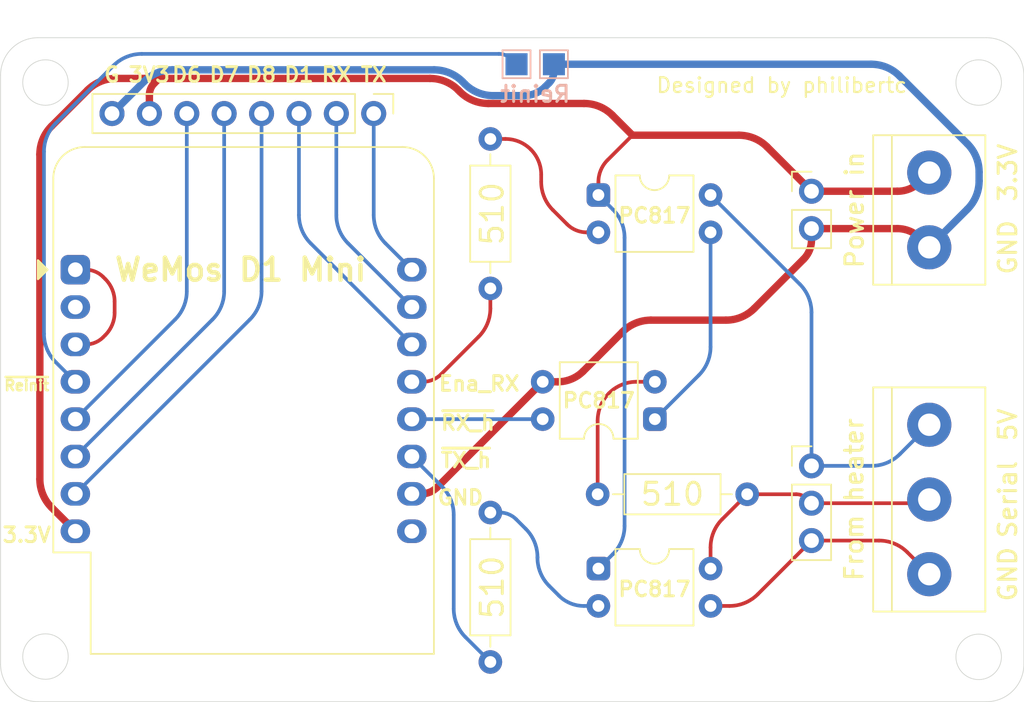
<source format=kicad_pcb>
(kicad_pcb (version 20211014) (generator pcbnew)
  (title_block (title "MicroNova Controller PCB") (date "January 2023") (rev "1.3") (company "philibertc") (comment 1 "https://github.com/philibertc") (comment 2 "https://github.com/philibertc/micronova_controller_pcb") (comment 3 "License: CC-BY-NC-ND"))
  (layers (0 "F.Cu" signal) (31 "B.Cu" signal) (34 "B.Paste" user) (35 "F.Paste" user) (36 "B.SilkS" user "B.Silkscreen") (37 "F.SilkS" user "F.Silkscreen") (38 "B.Mask" user) (39 "F.Mask" user) (44 "Edge.Cuts" user))
  (net 0 "")
  (net 1 "Net-(R1-Pad2)")
  (net 2 "Net-(R1-Pad1)")
  (net 3 "Net-(R2-Pad2)")
  (net 4 "Net-(R3-Pad2)")
  (net 5 "Net-(R3-Pad1)")
  (net 6 "Net-(J1-Pad6)")
  (net 7 "Net-(J1-Pad5)")
  (net 8 "Net-(J1-Pad4)")
  (net 9 "Net-(J1-Pad3)")
  (net 10 "Net-(J1-Pad2)")
  (net 11 "Net-(J1-Pad1)")
  (net 12 "Net-(U1-Pad3)")
  (net 13 "Net-(U2-Pad4)")
  (net 14 "Net-(U3-Pad9)")
  (net 15 "Net-(U3-Pad1)")
  (net 16 "Net-(U3-Pad2)")
  (net 17 "Net-(TP1-Pad1)")
  (net 18 "Net-(J3-Pad3)")
  (net 19 "Net-(J3-Pad2)")
  (net 20 "Net-(J3-Pad1)")
  (net 21 "Net-(J1-Pad8)")
  (net 22 "Net-(J1-Pad7)")
  (footprint "Resistor_THT:R_Axial_DIN0207_L6.3mm_D2.5mm_P10.16mm_Horizontal" (layer "F.Cu") (at 93.337651 74.795651 -90)
    (fp_text reference "R3" hide)
    (fp_text value "500")
    (fp_line (start 1.04 0) (end 1.81 0) (layer "F.SilkS") (width 0.12))
    (fp_line (start 8.35 -1.37) (end 1.81 -1.37) (layer "F.SilkS") (width 0.12))
    (fp_line (start 8.35 1.37) (end 8.35 -1.37) (layer "F.SilkS") (width 0.12))
    (fp_line (start 9.12 0) (end 8.35 0) (layer "F.SilkS") (width 0.12))
    (fp_line (start 1.81 1.37) (end 8.35 1.37) (layer "F.SilkS") (width 0.12))
    (fp_line (start 1.81 -1.37) (end 1.81 1.37) (layer "F.SilkS") (width 0.12))
    (pad "1" thru_hole circle locked (at 0 0 270) (size 1.6 1.6) (drill 0.8) (layers *.Cu *.Mask) (net 5 "Net-(R3-Pad1)"))
    (pad "2" thru_hole oval locked (at 10.16 0 270) (size 1.6 1.6) (drill 0.8) (layers *.Cu *.Mask) (net 4 "Net-(R3-Pad2)"))
  )
  (footprint "Resistor_THT:R_Axial_DIN0207_L6.3mm_D2.5mm_P10.16mm_Horizontal" (layer "F.Cu") (at 93.337651 49.395651 -90)
    (fp_text reference "R1" hide)
    (fp_text value "500")
    (fp_line (start 8.35 -1.37) (end 1.81 -1.37) (layer "F.SilkS") (width 0.12))
    (fp_line (start 1.81 -1.37) (end 1.81 1.37) (layer "F.SilkS") (width 0.12))
    (fp_line (start 1.04 0) (end 1.81 0) (layer "F.SilkS") (width 0.12))
    (fp_line (start 1.81 1.37) (end 8.35 1.37) (layer "F.SilkS") (width 0.12))
    (fp_line (start 9.12 0) (end 8.35 0) (layer "F.SilkS") (width 0.12))
    (fp_line (start 8.35 1.37) (end 8.35 -1.37) (layer "F.SilkS") (width 0.12))
    (pad "1" thru_hole circle locked (at 0 0 270) (size 1.6 1.6) (drill 0.8) (layers *.Cu *.Mask) (net 2 "Net-(R1-Pad1)"))
    (pad "2" thru_hole oval locked (at 10.16 0 270) (size 1.6 1.6) (drill 0.8) (layers *.Cu *.Mask) (net 1 "Net-(R1-Pad2)"))
  )
  (footprint "Package_DIP:DIP-4_W7.62mm" (layer "F.Cu") (at 104.513651 68.445651 180)
    (fp_text reference "U2" hide)
    (fp_text value "PC817")
    (fp_line (start 6.46 -1.33) (end 4.81 -1.33) (layer "F.SilkS") (width 0.12))
    (fp_line (start 1.16 3.87) (end 6.46 3.87) (layer "F.SilkS") (width 0.12))
    (fp_line (start 6.46 3.87) (end 6.46 -1.33) (layer "F.SilkS") (width 0.12))
    (fp_line (start 1.16 -1.33) (end 1.16 3.87) (layer "F.SilkS") (width 0.12))
    (fp_line (start 2.81 -1.33) (end 1.16 -1.33) (layer "F.SilkS") (width 0.12))
    (fp_arc (start 4.81 -1.33) (mid 3.81 -0.33) (end 2.81 -1.33) (layer "F.SilkS") (width 0.12))
    (pad "1" thru_hole roundrect locked (at 0 0 180) (size 1.6 1.6) (drill 0.8) (layers *.Cu *.Mask) (net 12 "Net-(U1-Pad3)"))
    (pad "2" thru_hole oval locked (at 0 2.54 180) (size 1.6 1.6) (drill 0.8) (layers *.Cu *.Mask) (net 3 "Net-(R2-Pad2)"))
    (pad "3" thru_hole oval locked (at 7.62 2.54 180) (size 1.6 1.6) (drill 0.8) (layers *.Cu *.Mask) (net 21 "Net-(J1-Pad8)"))
    (pad "4" thru_hole oval locked (at 7.62 0 180) (size 1.6 1.6) (drill 0.8) (layers *.Cu *.Mask) (net 13 "Net-(U2-Pad4)"))
  )
  (footprint "Module:WEMOS_D1_mini_light" (layer "F.Cu") (at 65.143651 58.285651)
    (fp_text reference "U3" hide)
    (fp_text value "WeMos D1 Mini" hide)
    (fp_line (start 22.24 -8.34) (end 0.63 -8.34) (layer "F.SilkS") (width 0.12))
    (fp_line (start -1.5 19.22) (end 1.04 19.22) (layer "F.SilkS") (width 0.12))
    (fp_line (start 24.36 26.12) (end 24.36 -6.21) (layer "F.SilkS") (width 0.12))
    (fp_line (start 1.04 26.12) (end 24.36 26.12) (layer "F.SilkS") (width 0.12))
    (fp_line (start 1.04 19.22) (end 1.04 26.12) (layer "F.SilkS") (width 0.12))
    (fp_line (start -1.5 19.22) (end -1.5 -6.21) (layer "F.SilkS") (width 0.12))
    (fp_arc (start 22.23 -8.34) (mid 23.736137 -7.716137) (end 24.36 -6.21) (layer "F.SilkS") (width 0.12))
    (fp_arc (start -1.5 -6.21) (mid -0.876137 -7.716137) (end 0.63 -8.34) (layer "F.SilkS") (width 0.12))
    (fp_poly (pts (xy -2.54 -0.635) (xy -2.54 0.635) (xy -1.905 0)) (layer "F.SilkS") (width 0.15) (fill solid))
    (pad "1" thru_hole roundrect locked (at 0 0) (size 2 2) (drill 1) (layers *.Cu *.Mask) (net 15 "Net-(U3-Pad1)"))
    (pad "2" thru_hole oval locked (at 0 2.54) (size 2 1.6) (drill 1) (layers *.Cu *.Mask) (net 16 "Net-(U3-Pad2)"))
    (pad "3" thru_hole oval locked (at 0 5.08) (size 2 1.6) (drill 1) (layers *.Cu *.Mask) (net 15 "Net-(U3-Pad1)"))
    (pad "4" thru_hole oval locked (at 0 7.62) (size 2 1.6) (drill 1) (layers *.Cu *.Mask) (net 17 "Net-(TP1-Pad1)"))
    (pad "5" thru_hole oval locked (at 0 10.16) (size 2 1.6) (drill 1) (layers *.Cu *.Mask) (net 6 "Net-(J1-Pad6)"))
    (pad "6" thru_hole oval locked (at 0 12.7) (size 2 1.6) (drill 1) (layers *.Cu *.Mask) (net 7 "Net-(J1-Pad5)"))
    (pad "7" thru_hole oval locked (at 0 15.24) (size 2 1.6) (drill 1) (layers *.Cu *.Mask) (net 8 "Net-(J1-Pad4)"))
    (pad "8" thru_hole oval locked (at 0 17.78) (size 2 1.6) (drill 1) (layers *.Cu *.Mask) (net 22 "Net-(J1-Pad7)"))
    (pad "9" thru_hole oval locked (at 22.86 17.78) (size 2 1.6) (drill 1) (layers *.Cu *.Mask) (net 14 "Net-(U3-Pad9)"))
    (pad "10" thru_hole oval locked (at 22.86 15.24) (size 2 1.6) (drill 1) (layers *.Cu *.Mask) (net 21 "Net-(J1-Pad8)"))
    (pad "11" thru_hole oval locked (at 22.86 12.7) (size 2 1.6) (drill 1) (layers *.Cu *.Mask) (net 4 "Net-(R3-Pad2)"))
    (pad "12" thru_hole oval locked (at 22.86 10.16) (size 2 1.6) (drill 1) (layers *.Cu *.Mask) (net 13 "Net-(U2-Pad4)"))
    (pad "13" thru_hole oval locked (at 22.86 7.62) (size 2 1.6) (drill 1) (layers *.Cu *.Mask) (net 1 "Net-(R1-Pad2)"))
    (pad "14" thru_hole oval locked (at 22.86 5.08) (size 2 1.6) (drill 1) (layers *.Cu *.Mask) (net 9 "Net-(J1-Pad3)"))
    (pad "15" thru_hole oval locked (at 22.86 2.54) (size 2 1.6) (drill 1) (layers *.Cu *.Mask) (net 10 "Net-(J1-Pad2)"))
    (pad "16" thru_hole oval locked (at 22.86 0) (size 2 1.6) (drill 1) (layers *.Cu *.Mask) (net 11 "Net-(J1-Pad1)"))
  )
  (footprint "Package_DIP:DIP-4_W7.62mm" (layer "F.Cu") (at 100.678251 78.605651)
    (fp_text reference "U4" hide)
    (fp_text value "PC817")
    (fp_line (start 1.16 -1.33) (end 1.16 3.87) (layer "F.SilkS") (width 0.12))
    (fp_line (start 6.46 3.87) (end 6.46 -1.33) (layer "F.SilkS") (width 0.12))
    (fp_line (start 1.16 3.87) (end 6.46 3.87) (layer "F.SilkS") (width 0.12))
    (fp_line (start 2.81 -1.33) (end 1.16 -1.33) (layer "F.SilkS") (width 0.12))
    (fp_line (start 6.46 -1.33) (end 4.81 -1.33) (layer "F.SilkS") (width 0.12))
    (fp_arc (start 4.81 -1.33) (mid 3.81 -0.33) (end 2.81 -1.33) (layer "F.SilkS") (width 0.12))
    (pad "1" thru_hole roundrect locked (at 0 0) (size 1.6 1.6) (drill 0.8) (layers *.Cu *.Mask) (net 22 "Net-(J1-Pad7)"))
    (pad "2" thru_hole oval locked (at 0 2.54) (size 1.6 1.6) (drill 0.8) (layers *.Cu *.Mask) (net 5 "Net-(R3-Pad1)"))
    (pad "3" thru_hole oval locked (at 7.62 2.54) (size 1.6 1.6) (drill 0.8) (layers *.Cu *.Mask) (net 18 "Net-(J3-Pad3)"))
    (pad "4" thru_hole oval locked (at 7.62 0) (size 1.6 1.6) (drill 0.8) (layers *.Cu *.Mask) (net 19 "Net-(J3-Pad2)"))
  )
  (footprint "Package_DIP:DIP-4_W7.62mm" (layer "F.Cu") (at 100.678251 53.205651)
    (fp_text reference "U1" hide)
    (fp_text value "PC817")
    (fp_line (start 1.16 -1.33) (end 1.16 3.87) (layer "F.SilkS") (width 0.12))
    (fp_line (start 6.46 -1.33) (end 4.81 -1.33) (layer "F.SilkS") (width 0.12))
    (fp_line (start 6.46 3.87) (end 6.46 -1.33) (layer "F.SilkS") (width 0.12))
    (fp_line (start 2.81 -1.33) (end 1.16 -1.33) (layer "F.SilkS") (width 0.12))
    (fp_line (start 1.16 3.87) (end 6.46 3.87) (layer "F.SilkS") (width 0.12))
    (fp_arc (start 4.81 -1.33) (mid 3.81 -0.33) (end 2.81 -1.33) (layer "F.SilkS") (width 0.12))
    (pad "1" thru_hole roundrect locked (at 0 0) (size 1.6 1.6) (drill 0.8) (layers *.Cu *.Mask) (net 22 "Net-(J1-Pad7)"))
    (pad "2" thru_hole oval locked (at 0 2.54) (size 1.6 1.6) (drill 0.8) (layers *.Cu *.Mask) (net 2 "Net-(R1-Pad1)"))
    (pad "3" thru_hole oval locked (at 7.62 2.54) (size 1.6 1.6) (drill 0.8) (layers *.Cu *.Mask) (net 12 "Net-(U1-Pad3)"))
    (pad "4" thru_hole oval locked (at 7.62 0) (size 1.6 1.6) (drill 0.8) (layers *.Cu *.Mask) (net 20 "Net-(J3-Pad1)"))
  )
  (footprint "Resistor_THT:R_Axial_DIN0207_L6.3mm_D2.5mm_P10.16mm_Horizontal" (layer "F.Cu") (at 110.787451 73.551051 180)
    (fp_text reference "R2" hide)
    (fp_text value "500")
    (fp_line (start 1.81 1.37) (end 8.35 1.37) (layer "F.SilkS") (width 0.12))
    (fp_line (start 1.81 -1.37) (end 1.81 1.37) (layer "F.SilkS") (width 0.12))
    (fp_line (start 8.35 -1.37) (end 1.81 -1.37) (layer "F.SilkS") (width 0.12))
    (fp_line (start 1.04 0) (end 1.81 0) (layer "F.SilkS") (width 0.12))
    (fp_line (start 9.12 0) (end 8.35 0) (layer "F.SilkS") (width 0.12))
    (fp_line (start 8.35 1.37) (end 8.35 -1.37) (layer "F.SilkS") (width 0.12))
    (pad "1" thru_hole circle locked (at 0 0 180) (size 1.6 1.6) (drill 0.8) (layers *.Cu *.Mask) (net 19 "Net-(J3-Pad2)"))
    (pad "2" thru_hole oval locked (at 10.16 0 180) (size 1.6 1.6) (drill 0.8) (layers *.Cu *.Mask) (net 3 "Net-(R2-Pad2)"))
  )
  (footprint "TerminalBlock:TerminalBlock_bornier-2_P5.08mm" (layer "F.Cu") (at 123.157251 51.681651 -90)
    (fp_text reference "J2" hide)
    (fp_text value "Screw_Terminal_01x02")
    (fp_line (start -2.54 -3.81) (end -2.54 3.81) (layer "F.SilkS") (width 0.12))
    (fp_line (start 7.62 -3.81) (end -2.54 -3.81) (layer "F.SilkS") (width 0.12))
    (fp_line (start 7.62 3.81) (end 7.62 -3.81) (layer "F.SilkS") (width 0.12))
    (fp_line (start 7.62 2.54) (end -2.54 2.54) (layer "F.SilkS") (width 0.12))
    (fp_line (start -2.54 3.81) (end 7.62 3.81) (layer "F.SilkS") (width 0.12))
    (pad "1" thru_hole circle locked (at 0 0 270) (size 3 3) (drill 1.52) (layers *.Cu *.Mask) (net 22 "Net-(J1-Pad7)"))
    (pad "2" thru_hole circle locked (at 5.08 0 270) (size 3 3) (drill 1.52) (layers *.Cu *.Mask) (net 21 "Net-(J1-Pad8)"))
  )
  (footprint "Connector_PinHeader_2.54mm:PinHeader_1x02_P2.54mm_Vertical" (layer "F.Cu") (at 115.156251 52.951651)
    (fp_text reference "J4" hide)
    (fp_text value "Conn_01x02_Male")
    (fp_line (start -1.33 -1.33) (end 0 -1.33) (layer "F.SilkS") (width 0.12))
    (fp_line (start -1.33 0) (end -1.33 -1.33) (layer "F.SilkS") (width 0.12))
    (fp_line (start -1.33 1.27) (end -1.33 3.87) (layer "F.SilkS") (width 0.12))
    (fp_line (start 1.33 1.27) (end 1.33 3.87) (layer "F.SilkS") (width 0.12))
    (fp_line (start -1.33 1.27) (end 1.33 1.27) (layer "F.SilkS") (width 0.12))
    (fp_line (start -1.33 3.87) (end 1.33 3.87) (layer "F.SilkS") (width 0.12))
    (pad "1" thru_hole circle locked (at 0 0) (size 1.7 1.7) (drill 1) (layers *.Cu *.Mask) (net 22 "Net-(J1-Pad7)"))
    (pad "2" thru_hole oval locked (at 0 2.54) (size 1.7 1.7) (drill 1) (layers *.Cu *.Mask) (net 21 "Net-(J1-Pad8)"))
  )
  (footprint "TerminalBlock:TerminalBlock_bornier-3_P5.08mm" (layer "F.Cu") (at 123.157251 68.826651 -90)
    (fp_text reference "J3" hide)
    (fp_text value "Screw_Terminal_01x03")
    (fp_line (start -2.54 2.54) (end 12.7 2.54) (layer "F.SilkS") (width 0.12))
    (fp_line (start 12.7 3.81) (end 12.7 -3.81) (layer "F.SilkS") (width 0.12))
    (fp_line (start -2.54 3.81) (end -2.54 -3.81) (layer "F.SilkS") (width 0.12))
    (fp_line (start -2.54 -3.81) (end 12.7 -3.81) (layer "F.SilkS") (width 0.12))
    (fp_line (start -2.54 3.81) (end 12.7 3.81) (layer "F.SilkS") (width 0.12))
    (pad "1" thru_hole circle locked (at 0 0 270) (size 3 3) (drill 1.52) (layers *.Cu *.Mask) (net 20 "Net-(J3-Pad1)"))
    (pad "2" thru_hole circle locked (at 5.08 0 270) (size 3 3) (drill 1.52) (layers *.Cu *.Mask) (net 19 "Net-(J3-Pad2)"))
    (pad "3" thru_hole circle locked (at 10.16 0 270) (size 3 3) (drill 1.52) (layers *.Cu *.Mask) (net 18 "Net-(J3-Pad3)"))
  )
  (footprint "Connector_PinHeader_2.54mm:PinHeader_1x03_P2.54mm_Vertical" (layer "F.Cu") (at 115.156251 71.620651)
    (fp_text reference "J5" hide)
    (fp_text value "Conn_01x03_Male")
    (fp_line (start -1.33 6.41) (end 1.33 6.41) (layer "F.SilkS") (width 0.12))
    (fp_line (start -1.33 1.27) (end 1.33 1.27) (layer "F.SilkS") (width 0.12))
    (fp_line (start -1.33 1.27) (end -1.33 6.41) (layer "F.SilkS") (width 0.12))
    (fp_line (start 1.33 1.27) (end 1.33 6.41) (layer "F.SilkS") (width 0.12))
    (fp_line (start -1.33 0) (end -1.33 -1.33) (layer "F.SilkS") (width 0.12))
    (fp_line (start -1.33 -1.33) (end 0 -1.33) (layer "F.SilkS") (width 0.12))
    (pad "1" thru_hole circle locked (at 0 0) (size 1.7 1.7) (drill 1) (layers *.Cu *.Mask) (net 20 "Net-(J3-Pad1)"))
    (pad "2" thru_hole oval locked (at 0 2.54) (size 1.7 1.7) (drill 1) (layers *.Cu *.Mask) (net 19 "Net-(J3-Pad2)"))
    (pad "3" thru_hole oval locked (at 0 5.08) (size 1.7 1.7) (drill 1) (layers *.Cu *.Mask) (net 18 "Net-(J3-Pad3)"))
  )
  (footprint "Connector_PinHeader_2.54mm:PinHeader_1x08_P2.54mm_Vertical" (layer "F.Cu") (at 85.412851 47.668451 -90)
    (fp_text reference "J1" hide)
    (fp_text value "Conn_01x08_Female")
    (fp_line (start -1.33 -1.33) (end 0 -1.33) (layer "F.SilkS") (width 0.12))
    (fp_line (start -1.33 19.11) (end 1.33 19.11) (layer "F.SilkS") (width 0.12))
    (fp_line (start -1.33 1.27) (end 1.33 1.27) (layer "F.SilkS") (width 0.12))
    (fp_line (start -1.33 1.27) (end -1.33 19.11) (layer "F.SilkS") (width 0.12))
    (fp_line (start 1.33 1.27) (end 1.33 19.11) (layer "F.SilkS") (width 0.12))
    (fp_line (start -1.33 0) (end -1.33 -1.33) (layer "F.SilkS") (width 0.12))
    (pad "1" thru_hole circle locked (at 0 0 270) (size 1.7 1.7) (drill 1) (layers *.Cu *.Mask) (net 11 "Net-(J1-Pad1)"))
    (pad "2" thru_hole oval locked (at 0 2.54 270) (size 1.7 1.7) (drill 1) (layers *.Cu *.Mask) (net 10 "Net-(J1-Pad2)"))
    (pad "3" thru_hole oval locked (at 0 5.08 270) (size 1.7 1.7) (drill 1) (layers *.Cu *.Mask) (net 9 "Net-(J1-Pad3)"))
    (pad "4" thru_hole oval locked (at 0 7.62 270) (size 1.7 1.7) (drill 1) (layers *.Cu *.Mask) (net 8 "Net-(J1-Pad4)"))
    (pad "5" thru_hole oval locked (at 0 10.16 270) (size 1.7 1.7) (drill 1) (layers *.Cu *.Mask) (net 7 "Net-(J1-Pad5)"))
    (pad "6" thru_hole oval locked (at 0 12.7 270) (size 1.7 1.7) (drill 1) (layers *.Cu *.Mask) (net 6 "Net-(J1-Pad6)"))
    (pad "7" thru_hole oval locked (at 0 15.24 270) (size 1.7 1.7) (drill 1) (layers *.Cu *.Mask) (net 22 "Net-(J1-Pad7)"))
    (pad "8" thru_hole oval locked (at 0 17.78 270) (size 1.7 1.7) (drill 1) (layers *.Cu *.Mask) (net 21 "Net-(J1-Pad8)"))
  )
  (footprint "TestPoint:TestPoint_Pad_1.5x1.5mm" (layer "B.Cu") (at 95.115651 44.315651 180)
    (fp_text reference "TP1" hide)
    (fp_text value "TestPoint_Flag")
    (fp_line (start -0.95 -0.95) (end -0.95 0.95) (layer "B.SilkS") (width 0.12))
    (fp_line (start 0.95 0.95) (end 0.95 -0.95) (layer "B.SilkS") (width 0.12))
    (fp_line (start 0.95 -0.95) (end -0.95 -0.95) (layer "B.SilkS") (width 0.12))
    (fp_line (start -0.95 0.95) (end 0.95 0.95) (layer "B.SilkS") (width 0.12))
    (pad "1" smd rect locked (at 0 0 180) (size 1.5 1.5) (layers "B.Cu" "B.Mask") (net 17 "Net-(TP1-Pad1)"))
  )
  (footprint "TestPoint:TestPoint_Pad_1.5x1.5mm" (layer "B.Cu") (at 97.655651 44.315651 180)
    (fp_text reference "TP2" hide)
    (fp_text value "TestPoint_Flag")
    (fp_line (start -0.95 -0.95) (end -0.95 0.95) (layer "B.SilkS") (width 0.12))
    (fp_line (start 0.95 -0.95) (end -0.95 -0.95) (layer "B.SilkS") (width 0.12))
    (fp_line (start -0.95 0.95) (end 0.95 0.95) (layer "B.SilkS") (width 0.12))
    (fp_line (start 0.95 0.95) (end 0.95 -0.95) (layer "B.SilkS") (width 0.12))
    (pad "1" smd rect locked (at 0 0 180) (size 1.5 1.5) (layers "B.Cu" "B.Mask") (net 21 "Net-(J1-Pad8)"))
  )
  (gr_circle (center 63.111651 45.560251) (end 64.635651 45.306251) (layer "Edge.Cuts") (width 0.05) (fill none))
  (gr_arc (start 62.603651 87.6554) (mid 60.8076 86.911451) (end 60.063651 85.1154) (layer "Edge.Cuts") (width 0.05))
  (gr_line (start 60.063651 45.052251) (end 60.063651 85.1154) (layer "Edge.Cuts") (width 0.05))
  (gr_circle (center 63.111651 84.586379) (end 64.635651 84.332379) (layer "Edge.Cuts") (width 0.05) (fill none))
  (gr_arc (start 129.583451 85.1154) (mid 128.839502 86.911451) (end 127.043451 87.6554) (layer "Edge.Cuts") (width 0.05))
  (gr_arc (start 127.043451 42.512251) (mid 128.839502 43.2562) (end 129.583451 45.052251) (layer "Edge.Cuts") (width 0.05))
  (gr_line (start 129.583451 45.052251) (end 129.583451 85.1154) (layer "Edge.Cuts") (width 0.05))
  (gr_circle (center 126.51443 84.6074) (end 128.03843 84.3534) (layer "Edge.Cuts") (width 0.05) (fill none))
  (gr_circle (center 126.51443 45.560251) (end 128.03843 45.306251) (layer "Edge.Cuts") (width 0.05) (fill none))
  (gr_line (start 62.603651 42.512251) (end 127.043451 42.512251) (layer "Edge.Cuts") (width 0.05))
  (gr_line (start 62.603651 87.6554) (end 127.043451 87.6554) (layer "Edge.Cuts") (width 0.05))
  (gr_arc (start 60.063651 45.052251) (mid 60.8076 43.2562) (end 62.603651 42.512251) (layer "Edge.Cuts") (width 0.05))
  (gr_text "Reinit" (at 96.385651 46.347651) (layer "B.SilkS") (effects (font (size 1.1 1.1) (thickness 0.2)) (justify mirror)))
  (gr_text "GND" (at 91.305651 73.779651) (layer "F.SilkS") (effects (font (size 1 1) (thickness 0.2))))
  (gr_text "~{RX_h}" (at 91.813651 68.699651) (layer "F.SilkS") (effects (font (size 1 1) (thickness 0.2))))
  (gr_text "~{TX_h}" (at 91.686651 71.239651) (layer "F.SilkS") (effects (font (size 1 1) (thickness 0.2))))
  (gr_text "~{Reinit}" (at 61.841651 66.159651) (layer "F.SilkS") (effects (font (size 0.7 0.7) (thickness 0.175))))
  (gr_text "510" (at 93.464651 54.475651 90) (layer "F.SilkS") (effects (font (size 1.5 1.5) (thickness 0.2))))
  (gr_text "510" (at 93.464651 79.875651 90) (layer "F.SilkS") (effects (font (size 1.5 1.5) (thickness 0.2))))
  (gr_text "510" (at 105.707451 73.551051) (layer "F.SilkS") (effects (font (size 1.5 1.5) (thickness 0.2))))
  (gr_text "Ena_RX" (at 92.575651 66.032651) (layer "F.SilkS") (effects (font (size 1 1) (thickness 0.2))))
  (gr_text "D7" (at 75.252851 45.026851) (layer "F.SilkS") (effects (font (size 1 1) (thickness 0.2))))
  (gr_text "D8" (at 77.792851 45.026851) (layer "F.SilkS") (effects (font (size 1 1) (thickness 0.2))))
  (gr_text "D1" (at 80.332851 45.026851) (layer "F.SilkS") (effects (font (size 1 1) (thickness 0.2))))
  (gr_text "RX" (at 82.872851 45.026851) (layer "F.SilkS") (effects (font (size 1 1) (thickness 0.2))))
  (gr_text "TX" (at 85.412851 45.026851) (layer "F.SilkS") (effects (font (size 1 1) (thickness 0.2))))
  (gr_text "GND" (at 128.491251 56.761651 90) (layer "F.SilkS") (effects (font (size 1.2 1.2) (thickness 0.2))))
  (gr_text "3.3V" (at 128.491251 51.681651 90) (layer "F.SilkS") (effects (font (size 1.2 1.2) (thickness 0.2))))
  (gr_text "5V" (at 128.491251 68.826651 90) (layer "F.SilkS") (effects (font (size 1.2 1.2) (thickness 0.2))))
  (gr_text "Serial" (at 128.491251 73.906651 90) (layer "F.SilkS") (effects (font (size 1.2 1.2) (thickness 0.2))))
  (gr_text "GND" (at 128.491251 78.986651 90) (layer "F.SilkS") (effects (font (size 1.2 1.2) (thickness 0.2))))
  (gr_text "From heater" (at 118.051851 73.906651 90) (layer "F.SilkS") (effects (font (size 1.2 1.2) (thickness 0.2))))
  (gr_text "Power in" (at 118.077251 54.221651 90) (layer "F.SilkS") (effects (font (size 1.2 1.2) (thickness 0.2))))
  (gr_text "PC817" (at 104.488251 80.002651) (layer "F.SilkS") (effects (font (size 1 1) (thickness 0.2))))
  (gr_text "PC817" (at 100.703651 67.175651) (layer "F.SilkS") (effects (font (size 1 1) (thickness 0.2))))
  (gr_text "G" (at 67.620151 45.026851) (layer "F.SilkS") (effects (font (size 1 1) (thickness 0.2))))
  (gr_text "3V3" (at 70.160151 45.026851) (layer "F.SilkS") (effects (font (size 1 1) (thickness 0.2))))
  (gr_text "D6" (at 72.712851 45.026851) (layer "F.SilkS") (effects (font (size 1 1) (thickness 0.2))))
  (gr_text "Designed by philibertc" (at 113.1316 45.7454) (layer "F.SilkS") (effects (font (size 1 1))))
  (gr_text "PC817" (at 104.488251 54.602651) (layer "F.SilkS") (effects (font (size 1 1) (thickness 0.2))))
  (gr_text "3.3V" (at 61.841651 76.319651) (layer "F.SilkS") (effects (font (size 1 1) (thickness 0.2))))
  (gr_text "WeMos D1 Mini" (at 76.370451 58.285651) (layer "F.SilkS") (effects (font (size 1.5 1.5) (thickness 0.3))))
  (segment (start 93.337651 60.917869) (end 93.337651 59.555651) (width 0.25) (layer "F.Cu") (net 1))
  (segment (start 88.740251 65.905651) (end 88.003651 65.905651) (width 0.25) (layer "F.Cu") (net 1))
  (segment (start 89.997705 65.384796) (end 92.540754 62.841747) (width 0.25) (layer "F.Cu") (net 1))
  (arc (start 93.337651 60.917869) (mid 93.130544 61.959064) (end 92.540754 62.841747) (width 0.25) (layer "F.Cu") (net 1))
  (arc (start 89.997705 65.384796) (mid 89.42078 65.770285) (end 88.740251 65.905651) (width 0.25) (layer "F.Cu") (net 1))
  (segment (start 97.588947 54.231147) (end 98.546675 55.188875) (width 0.25) (layer "F.Cu") (net 2))
  (segment (start 96.792051 52.307269) (end 96.792051 51.823839) (width 0.25) (layer "F.Cu") (net 2))
  (segment (start 94.363862 49.395651) (end 93.337651 49.395651) (width 0.25) (layer "F.Cu") (net 2))
  (segment (start 99.890851 55.745651) (end 100.678251 55.745651) (width 0.25) (layer "F.Cu") (net 2))
  (arc (start 96.080851 50.106851) (mid 95.293089 49.580485) (end 94.363862 49.395651) (width 0.25) (layer "F.Cu") (net 2))
  (arc (start 98.546675 55.188875) (mid 99.163388 55.600949) (end 99.890851 55.745651) (width 0.25) (layer "F.Cu") (net 2))
  (arc (start 96.792051 52.307269) (mid 96.999157 53.348464) (end 97.588947 54.231147) (width 0.25) (layer "F.Cu") (net 2))
  (arc (start 96.080851 50.106851) (mid 96.607216 50.894611) (end 96.792051 51.823839) (width 0.25) (layer "F.Cu") (net 2))
  (segment (start 100.627451 68.550642) (end 100.627451 73.551051) (width 0.25) (layer "F.Cu") (net 3))
  (segment (start 103.272442 65.905651) (end 104.513651 65.905651) (width 0.25) (layer "F.Cu") (net 3))
  (arc (start 103.272442 65.905651) (mid 102.260247 66.106988) (end 101.402151 66.680351) (width 0.25) (layer "F.Cu") (net 3))
  (arc (start 101.402151 66.680351) (mid 100.828788 67.538447) (end 100.627451 68.550642) (width 0.25) (layer "F.Cu") (net 3))
  (segment (start 90.051554 73.033554) (end 88.003651 70.985651) (width 0.25) (layer "B.Cu") (net 4))
  (segment (start 91.645347 83.263347) (end 93.337651 84.955651) (width 0.25) (layer "B.Cu") (net 4))
  (segment (start 90.848451 81.339469) (end 90.848451 74.957432) (width 0.25) (layer "B.Cu") (net 4))
  (arc (start 90.051554 73.033554) (mid 90.641344 73.916237) (end 90.848451 74.957432) (width 0.25) (layer "B.Cu") (net 4))
  (arc (start 90.848451 81.339469) (mid 91.055557 82.380664) (end 91.645347 83.263347) (width 0.25) (layer "B.Cu") (net 4))
  (segment (start 95.091044 75.253644) (end 95.741154 75.903754) (width 0.25) (layer "B.Cu") (net 5))
  (segment (start 93.985351 74.795651) (end 93.337651 74.795651) (width 0.25) (layer "B.Cu") (net 5))
  (segment (start 99.687651 81.145651) (end 100.678251 81.145651) (width 0.25) (layer "B.Cu") (net 5))
  (segment (start 97.334947 79.783547) (end 97.996591 80.445191) (width 0.25) (layer "B.Cu") (net 5))
  (segment (start 96.538051 77.859669) (end 96.538051 77.827632) (width 0.25) (layer "B.Cu") (net 5))
  (arc (start 95.091044 75.253644) (mid 94.583747 74.914679) (end 93.985351 74.795651) (width 0.25) (layer "B.Cu") (net 5))
  (arc (start 96.538051 77.859669) (mid 96.745157 78.900864) (end 97.334947 79.783547) (width 0.25) (layer "B.Cu") (net 5))
  (arc (start 95.741154 75.903754) (mid 96.330944 76.786437) (end 96.538051 77.827632) (width 0.25) (layer "B.Cu") (net 5))
  (arc (start 97.996591 80.445191) (mid 98.772455 80.963607) (end 99.687651 81.145651) (width 0.25) (layer "B.Cu") (net 5))
  (segment (start 72.712851 59.749469) (end 72.712851 47.668451) (width 0.25) (layer "B.Cu") (net 6))
  (segment (start 71.915954 61.673347) (end 65.143651 68.445651) (width 0.25) (layer "B.Cu") (net 6))
  (arc (start 72.712851 59.749469) (mid 72.505744 60.790664) (end 71.915954 61.673347) (width 0.25) (layer "B.Cu") (net 6))
  (segment (start 74.455954 61.673347) (end 65.143651 70.985651) (width 0.25) (layer "B.Cu") (net 7))
  (segment (start 75.252851 59.749469) (end 75.252851 47.668451) (width 0.25) (layer "B.Cu") (net 7))
  (arc (start 75.252851 59.749469) (mid 75.045744 60.790664) (end 74.455954 61.673347) (width 0.25) (layer "B.Cu") (net 7))
  (segment (start 77.792851 59.749469) (end 77.792851 47.668451) (width 0.25) (layer "B.Cu") (net 8))
  (segment (start 76.995954 61.673347) (end 65.143651 73.525651) (width 0.25) (layer "B.Cu") (net 8))
  (arc (start 77.792851 59.749469) (mid 77.585744 60.790664) (end 76.995954 61.673347) (width 0.25) (layer "B.Cu") (net 8))
  (segment (start 80.332851 54.567869) (end 80.332851 47.668451) (width 0.25) (layer "B.Cu") (net 9))
  (segment (start 81.129747 56.491747) (end 88.003651 63.365651) (width 0.25) (layer "B.Cu") (net 9))
  (arc (start 80.332851 54.567869) (mid 80.539957 55.609064) (end 81.129747 56.491747) (width 0.25) (layer "B.Cu") (net 9))
  (segment (start 83.669747 56.491747) (end 88.003651 60.825651) (width 0.25) (layer "B.Cu") (net 10))
  (segment (start 82.872851 54.567869) (end 82.872851 47.668451) (width 0.25) (layer "B.Cu") (net 10))
  (arc (start 82.872851 54.567869) (mid 83.079957 55.609064) (end 83.669747 56.491747) (width 0.25) (layer "B.Cu") (net 10))
  (segment (start 85.412851 54.567869) (end 85.412851 47.668451) (width 0.25) (layer "B.Cu") (net 11))
  (segment (start 86.209747 56.491747) (end 88.003651 58.285651) (width 0.25) (layer "B.Cu") (net 11))
  (arc (start 85.412851 54.567869) (mid 85.619957 55.609064) (end 86.209747 56.491747) (width 0.25) (layer "B.Cu") (net 11))
  (segment (start 108.298251 63.534069) (end 108.298251 55.745651) (width 0.25) (layer "B.Cu") (net 12))
  (segment (start 107.501354 65.457947) (end 104.513651 68.445651) (width 0.25) (layer "B.Cu") (net 12))
  (arc (start 108.298251 63.534069) (mid 108.091144 64.575264) (end 107.501354 65.457947) (width 0.25) (layer "B.Cu") (net 12))
  (segment (start 88.003651 68.445651) (end 96.893651 68.445651) (width 0.25) (layer "B.Cu") (net 13))
  (segment (start 65.842151 58.285651) (end 65.143651 58.285651) (width 0.25) (layer "F.Cu") (net 15))
  (segment (start 65.842151 63.365651) (end 65.143651 63.365651) (width 0.25) (layer "F.Cu") (net 15))
  (segment (start 67.810651 60.453676) (end 67.810651 61.197625) (width 0.25) (layer "F.Cu") (net 15))
  (segment (start 67.034565 62.871736) (end 67.175651 62.730651) (width 0.25) (layer "F.Cu") (net 15))
  (segment (start 67.175651 58.920651) (end 67.034565 58.779565) (width 0.25) (layer "F.Cu") (net 15))
  (arc (start 67.034565 62.871736) (mid 66.48748 63.237286) (end 65.842151 63.365651) (width 0.25) (layer "F.Cu") (net 15))
  (arc (start 67.810651 61.197625) (mid 67.645619 62.027292) (end 67.175651 62.730651) (width 0.25) (layer "F.Cu") (net 15))
  (arc (start 67.034565 58.779565) (mid 66.48748 58.414015) (end 65.842151 58.285651) (width 0.25) (layer "F.Cu") (net 15))
  (arc (start 67.175651 58.920651) (mid 67.645619 59.624008) (end 67.810651 60.453676) (width 0.25) (layer "F.Cu") (net 15))
  (segment (start 64.874243 65.636243) (end 63.806947 64.568947) (width 0.25) (layer "B.Cu") (net 17))
  (segment (start 69.656181 43.6118) (end 93.914102 43.6118) (width 0.25) (layer "B.Cu") (net 17))
  (segment (start 64.762651 65.905651) (end 64.381651 65.905651) (width 0.25) (layer "B.Cu") (net 17))
  (segment (start 67.732303 44.408696) (end 63.806947 48.334052) (width 0.25) (layer "B.Cu") (net 17))
  (segment (start 94.763725 43.963725) (end 95.115651 44.315651) (width 0.25) (layer "B.Cu") (net 17))
  (segment (start 63.010051 50.25793) (end 63.010051 62.645069) (width 0.25) (layer "B.Cu") (net 17))
  (arc (start 69.656181 43.6118) (mid 68.614986 43.818906) (end 67.732303 44.408696) (width 0.25) (layer "B.Cu") (net 17))
  (arc (start 64.874243 65.636243) (mid 64.908453 65.808228) (end 64.762651 65.905651) (width 0.25) (layer "B.Cu") (net 17))
  (arc (start 63.010051 62.645069) (mid 63.217157 63.686264) (end 63.806947 64.568947) (width 0.25) (layer "B.Cu") (net 17))
  (arc (start 63.806947 48.334052) (mid 63.217157 49.216735) (end 63.010051 50.25793) (width 0.25) (layer "B.Cu") (net 17))
  (arc (start 94.763725 43.963725) (mid 94.373914 43.703262) (end 93.914102 43.6118) (width 0.25) (layer "B.Cu") (net 17))
  (segment (start 111.508147 80.348754) (end 115.156251 76.700651) (width 0.25) (layer "F.Cu") (net 18))
  (segment (start 109.584269 81.145651) (end 108.298251 81.145651) (width 0.25) (layer "F.Cu") (net 18))
  (segment (start 119.744269 76.700651) (end 115.156251 76.700651) (width 0.25) (layer "F.Cu") (net 18))
  (segment (start 121.668147 77.497547) (end 123.157251 78.986651) (width 0.25) (layer "F.Cu") (net 18))
  (arc (start 111.508147 80.348754) (mid 110.625464 80.938544) (end 109.584269 81.145651) (width 0.25) (layer "F.Cu") (net 18))
  (arc (start 121.668147 77.497547) (mid 120.785464 76.907757) (end 119.744269 76.700651) (width 0.25) (layer "F.Cu") (net 18))
  (segment (start 122.395251 74.160651) (end 123.157251 74.160651) (width 0.25) (layer "F.Cu") (net 19))
  (segment (start 108.298251 77.167232) (end 108.298251 78.605651) (width 0.25) (layer "F.Cu") (net 19))
  (segment (start 114.115598 73.551051) (end 110.787451 73.551051) (width 0.25) (layer "F.Cu") (net 19))
  (segment (start 122.977645 73.906651) (end 122.141251 73.906651) (width 0.25) (layer "F.Cu") (net 19))
  (segment (start 110.787451 73.551051) (end 109.095147 75.243354) (width 0.25) (layer "F.Cu") (net 19))
  (segment (start 122.723645 74.160651) (end 115.587303 74.160651) (width 0.25) (layer "F.Cu") (net 19))
  (arc (start 123.030251 74.033651) (mid 123.046377 73.952576) (end 122.977645 73.906651) (width 0.25) (layer "F.Cu") (net 19))
  (arc (start 114.851451 73.855851) (mid 115.189062 74.081436) (end 115.587303 74.160651) (width 0.25) (layer "F.Cu") (net 19))
  (arc (start 123.030251 74.033651) (mid 122.889579 74.127644) (end 122.723645 74.160651) (width 0.25) (layer "F.Cu") (net 19))
  (arc (start 109.095147 75.243354) (mid 108.505357 76.126037) (end 108.298251 77.167232) (width 0.25) (layer "F.Cu") (net 19))
  (arc (start 114.851451 73.855851) (mid 114.513838 73.630265) (end 114.115598 73.551051) (width 0.25) (layer "F.Cu") (net 19))
  (segment (start 123.157251 69.080651) (end 123.157251 68.318651) (width 0.25) (layer "B.Cu") (net 20))
  (segment (start 121.160147 70.823754) (end 123.157251 68.826651) (width 0.25) (layer "B.Cu") (net 20))
  (segment (start 114.359354 59.266754) (end 108.298251 53.205651) (width 0.25) (layer "B.Cu") (net 20))
  (segment (start 115.156251 61.190632) (end 115.156251 71.620651) (width 0.25) (layer "B.Cu") (net 20))
  (segment (start 115.156251 71.620651) (end 119.236269 71.620651) (width 0.25) (layer "B.Cu") (net 20))
  (arc (start 114.359354 59.266754) (mid 114.949144 60.149437) (end 115.156251 61.190632) (width 0.25) (layer "B.Cu") (net 20))
  (arc (start 121.160147 70.823754) (mid 120.277464 71.413544) (end 119.236269 71.620651) (width 0.25) (layer "B.Cu") (net 20))
  (segment (start 120.989225 55.491651) (end 115.156251 55.491651) (width 0.5) (layer "F.Cu") (net 21))
  (segment (start 115.156251 56.261234) (end 115.156251 55.491651) (width 0.5) (layer "F.Cu") (net 21))
  (segment (start 122.522251 56.126651) (end 123.157251 56.761651) (width 0.5) (layer "F.Cu") (net 21))
  (segment (start 109.345436 61.714651) (end 104.243632 61.714651) (width 0.5) (layer "F.Cu") (net 21))
  (segment (start 88.638651 73.525651) (end 88.003651 73.525651) (width 0.5) (layer "F.Cu") (net 21))
  (segment (start 111.269314 60.917754) (end 114.612073 57.574995) (width 0.5) (layer "F.Cu") (net 21))
  (segment (start 96.893651 65.905651) (end 89.722663 73.076638) (width 0.5) (layer "F.Cu") (net 21))
  (segment (start 102.319754 62.511547) (end 99.644071 65.18723) (width 0.5) (layer "F.Cu") (net 21))
  (segment (start 96.893651 65.905651) (end 97.909651 65.905651) (width 0.5) (layer "F.Cu") (net 21))
  (arc (start 111.269314 60.917754) (mid 110.386631 61.507544) (end 109.345436 61.714651) (width 0.5) (layer "F.Cu") (net 21))
  (arc (start 104.243632 61.714651) (mid 103.202437 61.921757) (end 102.319754 62.511547) (width 0.5) (layer "F.Cu") (net 21))
  (arc (start 115.156251 56.261234) (mid 115.014823 56.972236) (end 114.612073 57.574995) (width 0.5) (layer "F.Cu") (net 21))
  (arc (start 99.644071 65.18723) (mid 98.848312 65.718939) (end 97.909651 65.905651) (width 0.5) (layer "F.Cu") (net 21))
  (arc (start 122.522251 56.126651) (mid 121.818892 55.656682) (end 120.989225 55.491651) (width 0.5) (layer "F.Cu") (net 21))
  (arc (start 89.722663 73.076638) (mid 89.225314 73.408956) (end 88.638651 73.525651) (width 0.5) (layer "F.Cu") (net 21))
  (segment (start 69.807754 45.493547) (end 67.632851 47.668451) (width 0.5) (layer "B.Cu") (net 21))
  (segment (start 95.617706 46.449251) (end 93.524832 46.449251) (width 0.5) (layer "B.Cu") (net 21))
  (segment (start 97.655651 44.315651) (end 119.210869 44.315651) (width 0.5) (layer "B.Cu") (net 21))
  (segment (start 125.745903 49.723703) (end 121.134747 45.112547) (width 0.5) (layer "B.Cu") (net 21))
  (segment (start 89.518269 44.696651) (end 71.731632 44.696651) (width 0.5) (layer "B.Cu") (net 21))
  (segment (start 91.442147 45.493547) (end 91.600954 45.652354) (width 0.5) (layer "B.Cu") (net 21))
  (segment (start 125.745903 54.172998) (end 123.157251 56.761651) (width 0.5) (layer "B.Cu") (net 21))
  (segment (start 126.5428 52.24912) (end 126.5428 51.647581) (width 0.5) (layer "B.Cu") (net 21))
  (segment (start 97.655651 44.785551) (end 97.655651 44.315651) (width 0.5) (layer "B.Cu") (net 21))
  (segment (start 97.05875 45.85235) (end 97.323381 45.58772) (width 0.5) (layer "B.Cu") (net 21))
  (arc (start 97.655651 44.785551) (mid 97.569296 45.219681) (end 97.323381 45.58772) (width 0.5) (layer "B.Cu") (net 21))
  (arc (start 71.731632 44.696651) (mid 70.690437 44.903757) (end 69.807754 45.493547) (width 0.5) (layer "B.Cu") (net 21))
  (arc (start 121.134747 45.112547) (mid 120.252064 44.522757) (end 119.210869 44.315651) (width 0.5) (layer "B.Cu") (net 21))
  (arc (start 125.745903 49.723703) (mid 126.335693 50.606386) (end 126.5428 51.647581) (width 0.5) (layer "B.Cu") (net 21))
  (arc (start 91.600954 45.652354) (mid 92.483637 46.242144) (end 93.524832 46.449251) (width 0.5) (layer "B.Cu") (net 21))
  (arc (start 97.05875 45.85235) (mid 96.397593 46.294121) (end 95.617706 46.449251) (width 0.5) (layer "B.Cu") (net 21))
  (arc (start 91.442147 45.493547) (mid 90.559464 44.903757) (end 89.518269 44.696651) (width 0.5) (layer "B.Cu") (net 21))
  (arc (start 126.5428 52.24912) (mid 126.335693 53.290315) (end 125.745903 54.172998) (width 0.5) (layer "B.Cu") (net 21))
  (segment (start 123.157251 51.618151) (end 123.157251 51.554651) (width 0.5) (layer "F.Cu") (net 22))
  (segment (start 102.989651 49.141651) (end 110.219269 49.141651) (width 0.5) (layer "F.Cu") (net 22))
  (segment (start 70.833251 45.280851) (end 70.503051 45.611051) (width 0.5) (layer "F.Cu") (net 22))
  (segment (start 70.172851 46.408224) (end 70.172851 47.668451) (width 0.5) (layer "F.Cu") (net 22))
  (segment (start 100.678251 52.329351) (end 100.678251 53.205651) (width 0.25) (layer "F.Cu") (net 22))
  (segment (start 70.833251 45.280851) (end 67.896232 45.280851) (width 0.5) (layer "F.Cu") (net 22))
  (segment (start 102.989651 49.141651) (end 101.627547 47.779547) (width 0.5) (layer "F.Cu") (net 22))
  (segment (start 123.112349 51.726552) (end 122.522251 52.316651) (width 0.5) (layer "F.Cu") (net 22))
  (segment (start 99.703669 46.982651) (end 93.194632 46.982651) (width 0.5) (layer "F.Cu") (net 22))
  (segment (start 102.989651 49.141651) (end 101.297888 50.833413) (width 0.25) (layer "F.Cu") (net 22))
  (segment (start 115.156251 52.951651) (end 112.143147 49.938547) (width 0.5) (layer "F.Cu") (net 22))
  (segment (start 115.156251 52.951651) (end 120.989225 52.951651) (width 0.5) (layer "F.Cu") (net 22))
  (segment (start 91.162747 46.077747) (end 91.270754 46.185754) (width 0.5) (layer "F.Cu") (net 22))
  (segment (start 62.730651 50.446432) (end 62.730651 72.525669) (width 0.5) (layer "F.Cu") (net 22))
  (segment (start 70.833251 45.280851) (end 89.238869 45.280851) (width 0.5) (layer "F.Cu") (net 22))
  (segment (start 63.527547 74.449547) (end 65.143651 76.065651) (width 0.5) (layer "F.Cu") (net 22))
  (segment (start 63.527547 48.522554) (end 65.972354 46.077747) (width 0.5) (layer "F.Cu") (net 22))
  (arc (start 62.730651 72.525669) (mid 62.937757 73.566864) (end 63.527547 74.449547) (width 0.5) (layer "F.Cu") (net 22))
  (arc (start 67.896232 45.280851) (mid 66.855037 45.487957) (end 65.972354 46.077747) (width 0.5) (layer "F.Cu") (net 22))
  (arc (start 91.270754 46.185754) (mid 92.153437 46.775544) (end 93.194632 46.982651) (width 0.5) (layer "F.Cu") (net 22))
  (arc (start 63.527547 48.522554) (mid 62.937757 49.405237) (end 62.730651 50.446432) (width 0.5) (layer "F.Cu") (net 22))
  (arc (start 123.157251 51.618151) (mid 123.145581 51.676817) (end 123.112349 51.726552) (width 0.5) (layer "F.Cu") (net 22))
  (arc (start 122.522251 52.316651) (mid 121.818892 52.786619) (end 120.989225 52.951651) (width 0.5) (layer "F.Cu") (net 22))
  (arc (start 70.503051 45.611051) (mid 70.258667 45.976797) (end 70.172851 46.408224) (width 0.5) (layer "F.Cu") (net 22))
  (arc (start 101.297888 50.833413) (mid 100.839289 51.519755) (end 100.678251 52.329351) (width 0.25) (layer "F.Cu") (net 22))
  (arc (start 101.627547 47.779547) (mid 100.744864 47.189757) (end 99.703669 46.982651) (width 0.5) (layer "F.Cu") (net 22))
  (arc (start 91.162747 46.077747) (mid 90.280064 45.487957) (end 89.238869 45.280851) (width 0.5) (layer "F.Cu") (net 22))
  (arc (start 112.143147 49.938547) (mid 111.260464 49.348757) (end 110.219269 49.141651) (width 0.5) (layer "F.Cu") (net 22))
  (segment (start 102.456251 75.700669) (end 102.456251 56.110632) (width 0.25) (layer "B.Cu") (net 22))
  (segment (start 101.659354 77.624547) (end 100.678251 78.605651) (width 0.25) (layer "B.Cu") (net 22))
  (segment (start 101.659354 54.186754) (end 100.678251 53.205651) (width 0.25) (layer "B.Cu") (net 22))
  (arc (start 101.659354 54.186754) (mid 102.249144 55.069437) (end 102.456251 56.110632) (width 0.25) (layer "B.Cu") (net 22))
  (arc (start 102.456251 75.700669) (mid 102.249144 76.741864) (end 101.659354 77.624547) (width 0.25) (layer "B.Cu") (net 22))
)
</source>
